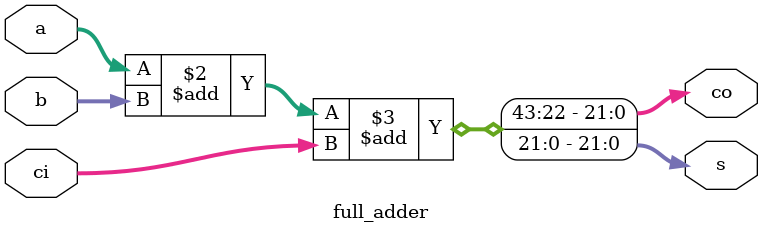
<source format=v>
module full_adder(a, b, ci, s, co);
    parameter n = 22;
    input [n-1:0] a, b, ci;          // Inputs a, b, and carry-in (ci)
    output reg [n-1:0] s, co;         // Outputs sum (s) and carry-out (co)

    // Combinational logic to calculate sum (s) and carry-out (co)
    always @* begin
        {co, s} = a + b + ci;
    end
endmodule

</source>
